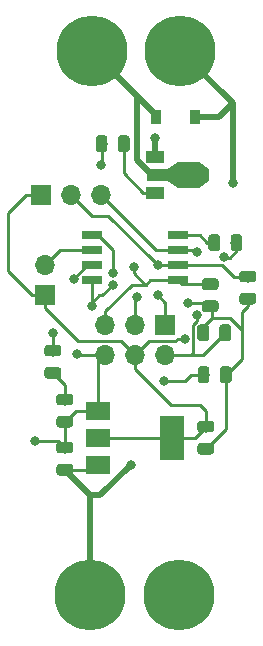
<source format=gbr>
G04 #@! TF.GenerationSoftware,KiCad,Pcbnew,(5.1.2)-2*
G04 #@! TF.CreationDate,2019-07-25T16:59:57-04:00*
G04 #@! TF.ProjectId,CABR_Schematic,43414252-5f53-4636-9865-6d617469632e,rev?*
G04 #@! TF.SameCoordinates,Original*
G04 #@! TF.FileFunction,Copper,L1,Top*
G04 #@! TF.FilePolarity,Positive*
%FSLAX46Y46*%
G04 Gerber Fmt 4.6, Leading zero omitted, Abs format (unit mm)*
G04 Created by KiCad (PCBNEW (5.1.2)-2) date 2019-07-25 16:59:57*
%MOMM*%
%LPD*%
G04 APERTURE LIST*
%ADD10C,0.100000*%
%ADD11C,0.975000*%
%ADD12R,0.900000X1.200000*%
%ADD13C,6.000000*%
%ADD14R,1.700000X1.700000*%
%ADD15O,1.700000X1.700000*%
%ADD16C,0.850000*%
%ADD17R,1.500000X1.000000*%
%ADD18R,1.800000X1.000000*%
%ADD19R,1.840000X2.200000*%
%ADD20C,1.000000*%
%ADD21R,2.000000X3.800000*%
%ADD22R,2.000000X1.500000*%
%ADD23R,1.700000X0.650000*%
%ADD24C,0.800000*%
%ADD25C,0.500000*%
%ADD26C,0.250000*%
G04 APERTURE END LIST*
D10*
G36*
X143736142Y-100019174D02*
G01*
X143759803Y-100022684D01*
X143783007Y-100028496D01*
X143805529Y-100036554D01*
X143827153Y-100046782D01*
X143847670Y-100059079D01*
X143866883Y-100073329D01*
X143884607Y-100089393D01*
X143900671Y-100107117D01*
X143914921Y-100126330D01*
X143927218Y-100146847D01*
X143937446Y-100168471D01*
X143945504Y-100190993D01*
X143951316Y-100214197D01*
X143954826Y-100237858D01*
X143956000Y-100261750D01*
X143956000Y-100749250D01*
X143954826Y-100773142D01*
X143951316Y-100796803D01*
X143945504Y-100820007D01*
X143937446Y-100842529D01*
X143927218Y-100864153D01*
X143914921Y-100884670D01*
X143900671Y-100903883D01*
X143884607Y-100921607D01*
X143866883Y-100937671D01*
X143847670Y-100951921D01*
X143827153Y-100964218D01*
X143805529Y-100974446D01*
X143783007Y-100982504D01*
X143759803Y-100988316D01*
X143736142Y-100991826D01*
X143712250Y-100993000D01*
X142799750Y-100993000D01*
X142775858Y-100991826D01*
X142752197Y-100988316D01*
X142728993Y-100982504D01*
X142706471Y-100974446D01*
X142684847Y-100964218D01*
X142664330Y-100951921D01*
X142645117Y-100937671D01*
X142627393Y-100921607D01*
X142611329Y-100903883D01*
X142597079Y-100884670D01*
X142584782Y-100864153D01*
X142574554Y-100842529D01*
X142566496Y-100820007D01*
X142560684Y-100796803D01*
X142557174Y-100773142D01*
X142556000Y-100749250D01*
X142556000Y-100261750D01*
X142557174Y-100237858D01*
X142560684Y-100214197D01*
X142566496Y-100190993D01*
X142574554Y-100168471D01*
X142584782Y-100146847D01*
X142597079Y-100126330D01*
X142611329Y-100107117D01*
X142627393Y-100089393D01*
X142645117Y-100073329D01*
X142664330Y-100059079D01*
X142684847Y-100046782D01*
X142706471Y-100036554D01*
X142728993Y-100028496D01*
X142752197Y-100022684D01*
X142775858Y-100019174D01*
X142799750Y-100018000D01*
X143712250Y-100018000D01*
X143736142Y-100019174D01*
X143736142Y-100019174D01*
G37*
D11*
X143256000Y-100505500D03*
D10*
G36*
X143736142Y-98144174D02*
G01*
X143759803Y-98147684D01*
X143783007Y-98153496D01*
X143805529Y-98161554D01*
X143827153Y-98171782D01*
X143847670Y-98184079D01*
X143866883Y-98198329D01*
X143884607Y-98214393D01*
X143900671Y-98232117D01*
X143914921Y-98251330D01*
X143927218Y-98271847D01*
X143937446Y-98293471D01*
X143945504Y-98315993D01*
X143951316Y-98339197D01*
X143954826Y-98362858D01*
X143956000Y-98386750D01*
X143956000Y-98874250D01*
X143954826Y-98898142D01*
X143951316Y-98921803D01*
X143945504Y-98945007D01*
X143937446Y-98967529D01*
X143927218Y-98989153D01*
X143914921Y-99009670D01*
X143900671Y-99028883D01*
X143884607Y-99046607D01*
X143866883Y-99062671D01*
X143847670Y-99076921D01*
X143827153Y-99089218D01*
X143805529Y-99099446D01*
X143783007Y-99107504D01*
X143759803Y-99113316D01*
X143736142Y-99116826D01*
X143712250Y-99118000D01*
X142799750Y-99118000D01*
X142775858Y-99116826D01*
X142752197Y-99113316D01*
X142728993Y-99107504D01*
X142706471Y-99099446D01*
X142684847Y-99089218D01*
X142664330Y-99076921D01*
X142645117Y-99062671D01*
X142627393Y-99046607D01*
X142611329Y-99028883D01*
X142597079Y-99009670D01*
X142584782Y-98989153D01*
X142574554Y-98967529D01*
X142566496Y-98945007D01*
X142560684Y-98921803D01*
X142557174Y-98898142D01*
X142556000Y-98874250D01*
X142556000Y-98386750D01*
X142557174Y-98362858D01*
X142560684Y-98339197D01*
X142566496Y-98315993D01*
X142574554Y-98293471D01*
X142584782Y-98271847D01*
X142597079Y-98251330D01*
X142611329Y-98232117D01*
X142627393Y-98214393D01*
X142645117Y-98198329D01*
X142664330Y-98184079D01*
X142684847Y-98171782D01*
X142706471Y-98161554D01*
X142728993Y-98153496D01*
X142752197Y-98147684D01*
X142775858Y-98144174D01*
X142799750Y-98143000D01*
X143712250Y-98143000D01*
X143736142Y-98144174D01*
X143736142Y-98144174D01*
G37*
D11*
X143256000Y-98630500D03*
D10*
G36*
X155674142Y-98241174D02*
G01*
X155697803Y-98244684D01*
X155721007Y-98250496D01*
X155743529Y-98258554D01*
X155765153Y-98268782D01*
X155785670Y-98281079D01*
X155804883Y-98295329D01*
X155822607Y-98311393D01*
X155838671Y-98329117D01*
X155852921Y-98348330D01*
X155865218Y-98368847D01*
X155875446Y-98390471D01*
X155883504Y-98412993D01*
X155889316Y-98436197D01*
X155892826Y-98459858D01*
X155894000Y-98483750D01*
X155894000Y-98971250D01*
X155892826Y-98995142D01*
X155889316Y-99018803D01*
X155883504Y-99042007D01*
X155875446Y-99064529D01*
X155865218Y-99086153D01*
X155852921Y-99106670D01*
X155838671Y-99125883D01*
X155822607Y-99143607D01*
X155804883Y-99159671D01*
X155785670Y-99173921D01*
X155765153Y-99186218D01*
X155743529Y-99196446D01*
X155721007Y-99204504D01*
X155697803Y-99210316D01*
X155674142Y-99213826D01*
X155650250Y-99215000D01*
X154737750Y-99215000D01*
X154713858Y-99213826D01*
X154690197Y-99210316D01*
X154666993Y-99204504D01*
X154644471Y-99196446D01*
X154622847Y-99186218D01*
X154602330Y-99173921D01*
X154583117Y-99159671D01*
X154565393Y-99143607D01*
X154549329Y-99125883D01*
X154535079Y-99106670D01*
X154522782Y-99086153D01*
X154512554Y-99064529D01*
X154504496Y-99042007D01*
X154498684Y-99018803D01*
X154495174Y-98995142D01*
X154494000Y-98971250D01*
X154494000Y-98483750D01*
X154495174Y-98459858D01*
X154498684Y-98436197D01*
X154504496Y-98412993D01*
X154512554Y-98390471D01*
X154522782Y-98368847D01*
X154535079Y-98348330D01*
X154549329Y-98329117D01*
X154565393Y-98311393D01*
X154583117Y-98295329D01*
X154602330Y-98281079D01*
X154622847Y-98268782D01*
X154644471Y-98258554D01*
X154666993Y-98250496D01*
X154690197Y-98244684D01*
X154713858Y-98241174D01*
X154737750Y-98240000D01*
X155650250Y-98240000D01*
X155674142Y-98241174D01*
X155674142Y-98241174D01*
G37*
D11*
X155194000Y-98727500D03*
D10*
G36*
X155674142Y-96366174D02*
G01*
X155697803Y-96369684D01*
X155721007Y-96375496D01*
X155743529Y-96383554D01*
X155765153Y-96393782D01*
X155785670Y-96406079D01*
X155804883Y-96420329D01*
X155822607Y-96436393D01*
X155838671Y-96454117D01*
X155852921Y-96473330D01*
X155865218Y-96493847D01*
X155875446Y-96515471D01*
X155883504Y-96537993D01*
X155889316Y-96561197D01*
X155892826Y-96584858D01*
X155894000Y-96608750D01*
X155894000Y-97096250D01*
X155892826Y-97120142D01*
X155889316Y-97143803D01*
X155883504Y-97167007D01*
X155875446Y-97189529D01*
X155865218Y-97211153D01*
X155852921Y-97231670D01*
X155838671Y-97250883D01*
X155822607Y-97268607D01*
X155804883Y-97284671D01*
X155785670Y-97298921D01*
X155765153Y-97311218D01*
X155743529Y-97321446D01*
X155721007Y-97329504D01*
X155697803Y-97335316D01*
X155674142Y-97338826D01*
X155650250Y-97340000D01*
X154737750Y-97340000D01*
X154713858Y-97338826D01*
X154690197Y-97335316D01*
X154666993Y-97329504D01*
X154644471Y-97321446D01*
X154622847Y-97311218D01*
X154602330Y-97298921D01*
X154583117Y-97284671D01*
X154565393Y-97268607D01*
X154549329Y-97250883D01*
X154535079Y-97231670D01*
X154522782Y-97211153D01*
X154512554Y-97189529D01*
X154504496Y-97167007D01*
X154498684Y-97143803D01*
X154495174Y-97120142D01*
X154494000Y-97096250D01*
X154494000Y-96608750D01*
X154495174Y-96584858D01*
X154498684Y-96561197D01*
X154504496Y-96537993D01*
X154512554Y-96515471D01*
X154522782Y-96493847D01*
X154535079Y-96473330D01*
X154549329Y-96454117D01*
X154565393Y-96436393D01*
X154583117Y-96420329D01*
X154602330Y-96406079D01*
X154622847Y-96393782D01*
X154644471Y-96383554D01*
X154666993Y-96375496D01*
X154690197Y-96369684D01*
X154713858Y-96366174D01*
X154737750Y-96365000D01*
X155650250Y-96365000D01*
X155674142Y-96366174D01*
X155674142Y-96366174D01*
G37*
D11*
X155194000Y-96852500D03*
D10*
G36*
X142720142Y-91812674D02*
G01*
X142743803Y-91816184D01*
X142767007Y-91821996D01*
X142789529Y-91830054D01*
X142811153Y-91840282D01*
X142831670Y-91852579D01*
X142850883Y-91866829D01*
X142868607Y-91882893D01*
X142884671Y-91900617D01*
X142898921Y-91919830D01*
X142911218Y-91940347D01*
X142921446Y-91961971D01*
X142929504Y-91984493D01*
X142935316Y-92007697D01*
X142938826Y-92031358D01*
X142940000Y-92055250D01*
X142940000Y-92542750D01*
X142938826Y-92566642D01*
X142935316Y-92590303D01*
X142929504Y-92613507D01*
X142921446Y-92636029D01*
X142911218Y-92657653D01*
X142898921Y-92678170D01*
X142884671Y-92697383D01*
X142868607Y-92715107D01*
X142850883Y-92731171D01*
X142831670Y-92745421D01*
X142811153Y-92757718D01*
X142789529Y-92767946D01*
X142767007Y-92776004D01*
X142743803Y-92781816D01*
X142720142Y-92785326D01*
X142696250Y-92786500D01*
X141783750Y-92786500D01*
X141759858Y-92785326D01*
X141736197Y-92781816D01*
X141712993Y-92776004D01*
X141690471Y-92767946D01*
X141668847Y-92757718D01*
X141648330Y-92745421D01*
X141629117Y-92731171D01*
X141611393Y-92715107D01*
X141595329Y-92697383D01*
X141581079Y-92678170D01*
X141568782Y-92657653D01*
X141558554Y-92636029D01*
X141550496Y-92613507D01*
X141544684Y-92590303D01*
X141541174Y-92566642D01*
X141540000Y-92542750D01*
X141540000Y-92055250D01*
X141541174Y-92031358D01*
X141544684Y-92007697D01*
X141550496Y-91984493D01*
X141558554Y-91961971D01*
X141568782Y-91940347D01*
X141581079Y-91919830D01*
X141595329Y-91900617D01*
X141611393Y-91882893D01*
X141629117Y-91866829D01*
X141648330Y-91852579D01*
X141668847Y-91840282D01*
X141690471Y-91830054D01*
X141712993Y-91821996D01*
X141736197Y-91816184D01*
X141759858Y-91812674D01*
X141783750Y-91811500D01*
X142696250Y-91811500D01*
X142720142Y-91812674D01*
X142720142Y-91812674D01*
G37*
D11*
X142240000Y-92299000D03*
D10*
G36*
X142720142Y-89937674D02*
G01*
X142743803Y-89941184D01*
X142767007Y-89946996D01*
X142789529Y-89955054D01*
X142811153Y-89965282D01*
X142831670Y-89977579D01*
X142850883Y-89991829D01*
X142868607Y-90007893D01*
X142884671Y-90025617D01*
X142898921Y-90044830D01*
X142911218Y-90065347D01*
X142921446Y-90086971D01*
X142929504Y-90109493D01*
X142935316Y-90132697D01*
X142938826Y-90156358D01*
X142940000Y-90180250D01*
X142940000Y-90667750D01*
X142938826Y-90691642D01*
X142935316Y-90715303D01*
X142929504Y-90738507D01*
X142921446Y-90761029D01*
X142911218Y-90782653D01*
X142898921Y-90803170D01*
X142884671Y-90822383D01*
X142868607Y-90840107D01*
X142850883Y-90856171D01*
X142831670Y-90870421D01*
X142811153Y-90882718D01*
X142789529Y-90892946D01*
X142767007Y-90901004D01*
X142743803Y-90906816D01*
X142720142Y-90910326D01*
X142696250Y-90911500D01*
X141783750Y-90911500D01*
X141759858Y-90910326D01*
X141736197Y-90906816D01*
X141712993Y-90901004D01*
X141690471Y-90892946D01*
X141668847Y-90882718D01*
X141648330Y-90870421D01*
X141629117Y-90856171D01*
X141611393Y-90840107D01*
X141595329Y-90822383D01*
X141581079Y-90803170D01*
X141568782Y-90782653D01*
X141558554Y-90761029D01*
X141550496Y-90738507D01*
X141544684Y-90715303D01*
X141541174Y-90691642D01*
X141540000Y-90667750D01*
X141540000Y-90180250D01*
X141541174Y-90156358D01*
X141544684Y-90132697D01*
X141550496Y-90109493D01*
X141558554Y-90086971D01*
X141568782Y-90065347D01*
X141581079Y-90044830D01*
X141595329Y-90025617D01*
X141611393Y-90007893D01*
X141629117Y-89991829D01*
X141648330Y-89977579D01*
X141668847Y-89965282D01*
X141690471Y-89955054D01*
X141712993Y-89946996D01*
X141736197Y-89941184D01*
X141759858Y-89937674D01*
X141783750Y-89936500D01*
X142696250Y-89936500D01*
X142720142Y-89937674D01*
X142720142Y-89937674D01*
G37*
D11*
X142240000Y-90424000D03*
D12*
X154304000Y-70612000D03*
X151004000Y-70612000D03*
D13*
X153035000Y-65024000D03*
X145535000Y-65024000D03*
D14*
X141224000Y-77216000D03*
D15*
X143764000Y-77216000D03*
X146304000Y-77216000D03*
D14*
X151765000Y-88265000D03*
D15*
X151765000Y-90805000D03*
X149225000Y-88265000D03*
X149225000Y-90805000D03*
X146685000Y-88265000D03*
X146685000Y-90805000D03*
D14*
X141605000Y-85725000D03*
D15*
X141605000Y-83185000D03*
D13*
X152915000Y-111125000D03*
X145415000Y-111125000D03*
D16*
X155067000Y-75565000D03*
D10*
G36*
X154642000Y-74465000D02*
G01*
X155492000Y-75065000D01*
X155492000Y-76065000D01*
X154642000Y-76665000D01*
X154642000Y-74465000D01*
X154642000Y-74465000D01*
G37*
D17*
X150920000Y-74065000D03*
D18*
X151066500Y-75565000D03*
D17*
X150920000Y-77065000D03*
D19*
X153733500Y-75565000D03*
D20*
X152323800Y-75565000D03*
D10*
G36*
X152823800Y-76665000D02*
G01*
X151823800Y-75965000D01*
X151823800Y-75165000D01*
X152823800Y-74465000D01*
X152823800Y-76665000D01*
X152823800Y-76665000D01*
G37*
G36*
X157112642Y-88201174D02*
G01*
X157136303Y-88204684D01*
X157159507Y-88210496D01*
X157182029Y-88218554D01*
X157203653Y-88228782D01*
X157224170Y-88241079D01*
X157243383Y-88255329D01*
X157261107Y-88271393D01*
X157277171Y-88289117D01*
X157291421Y-88308330D01*
X157303718Y-88328847D01*
X157313946Y-88350471D01*
X157322004Y-88372993D01*
X157327816Y-88396197D01*
X157331326Y-88419858D01*
X157332500Y-88443750D01*
X157332500Y-89356250D01*
X157331326Y-89380142D01*
X157327816Y-89403803D01*
X157322004Y-89427007D01*
X157313946Y-89449529D01*
X157303718Y-89471153D01*
X157291421Y-89491670D01*
X157277171Y-89510883D01*
X157261107Y-89528607D01*
X157243383Y-89544671D01*
X157224170Y-89558921D01*
X157203653Y-89571218D01*
X157182029Y-89581446D01*
X157159507Y-89589504D01*
X157136303Y-89595316D01*
X157112642Y-89598826D01*
X157088750Y-89600000D01*
X156601250Y-89600000D01*
X156577358Y-89598826D01*
X156553697Y-89595316D01*
X156530493Y-89589504D01*
X156507971Y-89581446D01*
X156486347Y-89571218D01*
X156465830Y-89558921D01*
X156446617Y-89544671D01*
X156428893Y-89528607D01*
X156412829Y-89510883D01*
X156398579Y-89491670D01*
X156386282Y-89471153D01*
X156376054Y-89449529D01*
X156367996Y-89427007D01*
X156362184Y-89403803D01*
X156358674Y-89380142D01*
X156357500Y-89356250D01*
X156357500Y-88443750D01*
X156358674Y-88419858D01*
X156362184Y-88396197D01*
X156367996Y-88372993D01*
X156376054Y-88350471D01*
X156386282Y-88328847D01*
X156398579Y-88308330D01*
X156412829Y-88289117D01*
X156428893Y-88271393D01*
X156446617Y-88255329D01*
X156465830Y-88241079D01*
X156486347Y-88228782D01*
X156507971Y-88218554D01*
X156530493Y-88210496D01*
X156553697Y-88204684D01*
X156577358Y-88201174D01*
X156601250Y-88200000D01*
X157088750Y-88200000D01*
X157112642Y-88201174D01*
X157112642Y-88201174D01*
G37*
D11*
X156845000Y-88900000D03*
D10*
G36*
X155237642Y-88201174D02*
G01*
X155261303Y-88204684D01*
X155284507Y-88210496D01*
X155307029Y-88218554D01*
X155328653Y-88228782D01*
X155349170Y-88241079D01*
X155368383Y-88255329D01*
X155386107Y-88271393D01*
X155402171Y-88289117D01*
X155416421Y-88308330D01*
X155428718Y-88328847D01*
X155438946Y-88350471D01*
X155447004Y-88372993D01*
X155452816Y-88396197D01*
X155456326Y-88419858D01*
X155457500Y-88443750D01*
X155457500Y-89356250D01*
X155456326Y-89380142D01*
X155452816Y-89403803D01*
X155447004Y-89427007D01*
X155438946Y-89449529D01*
X155428718Y-89471153D01*
X155416421Y-89491670D01*
X155402171Y-89510883D01*
X155386107Y-89528607D01*
X155368383Y-89544671D01*
X155349170Y-89558921D01*
X155328653Y-89571218D01*
X155307029Y-89581446D01*
X155284507Y-89589504D01*
X155261303Y-89595316D01*
X155237642Y-89598826D01*
X155213750Y-89600000D01*
X154726250Y-89600000D01*
X154702358Y-89598826D01*
X154678697Y-89595316D01*
X154655493Y-89589504D01*
X154632971Y-89581446D01*
X154611347Y-89571218D01*
X154590830Y-89558921D01*
X154571617Y-89544671D01*
X154553893Y-89528607D01*
X154537829Y-89510883D01*
X154523579Y-89491670D01*
X154511282Y-89471153D01*
X154501054Y-89449529D01*
X154492996Y-89427007D01*
X154487184Y-89403803D01*
X154483674Y-89380142D01*
X154482500Y-89356250D01*
X154482500Y-88443750D01*
X154483674Y-88419858D01*
X154487184Y-88396197D01*
X154492996Y-88372993D01*
X154501054Y-88350471D01*
X154511282Y-88328847D01*
X154523579Y-88308330D01*
X154537829Y-88289117D01*
X154553893Y-88271393D01*
X154571617Y-88255329D01*
X154590830Y-88241079D01*
X154611347Y-88228782D01*
X154632971Y-88218554D01*
X154655493Y-88210496D01*
X154678697Y-88204684D01*
X154702358Y-88201174D01*
X154726250Y-88200000D01*
X155213750Y-88200000D01*
X155237642Y-88201174D01*
X155237642Y-88201174D01*
G37*
D11*
X154970000Y-88900000D03*
D10*
G36*
X159230142Y-83666174D02*
G01*
X159253803Y-83669684D01*
X159277007Y-83675496D01*
X159299529Y-83683554D01*
X159321153Y-83693782D01*
X159341670Y-83706079D01*
X159360883Y-83720329D01*
X159378607Y-83736393D01*
X159394671Y-83754117D01*
X159408921Y-83773330D01*
X159421218Y-83793847D01*
X159431446Y-83815471D01*
X159439504Y-83837993D01*
X159445316Y-83861197D01*
X159448826Y-83884858D01*
X159450000Y-83908750D01*
X159450000Y-84396250D01*
X159448826Y-84420142D01*
X159445316Y-84443803D01*
X159439504Y-84467007D01*
X159431446Y-84489529D01*
X159421218Y-84511153D01*
X159408921Y-84531670D01*
X159394671Y-84550883D01*
X159378607Y-84568607D01*
X159360883Y-84584671D01*
X159341670Y-84598921D01*
X159321153Y-84611218D01*
X159299529Y-84621446D01*
X159277007Y-84629504D01*
X159253803Y-84635316D01*
X159230142Y-84638826D01*
X159206250Y-84640000D01*
X158293750Y-84640000D01*
X158269858Y-84638826D01*
X158246197Y-84635316D01*
X158222993Y-84629504D01*
X158200471Y-84621446D01*
X158178847Y-84611218D01*
X158158330Y-84598921D01*
X158139117Y-84584671D01*
X158121393Y-84568607D01*
X158105329Y-84550883D01*
X158091079Y-84531670D01*
X158078782Y-84511153D01*
X158068554Y-84489529D01*
X158060496Y-84467007D01*
X158054684Y-84443803D01*
X158051174Y-84420142D01*
X158050000Y-84396250D01*
X158050000Y-83908750D01*
X158051174Y-83884858D01*
X158054684Y-83861197D01*
X158060496Y-83837993D01*
X158068554Y-83815471D01*
X158078782Y-83793847D01*
X158091079Y-83773330D01*
X158105329Y-83754117D01*
X158121393Y-83736393D01*
X158139117Y-83720329D01*
X158158330Y-83706079D01*
X158178847Y-83693782D01*
X158200471Y-83683554D01*
X158222993Y-83675496D01*
X158246197Y-83669684D01*
X158269858Y-83666174D01*
X158293750Y-83665000D01*
X159206250Y-83665000D01*
X159230142Y-83666174D01*
X159230142Y-83666174D01*
G37*
D11*
X158750000Y-84152500D03*
D10*
G36*
X159230142Y-85541174D02*
G01*
X159253803Y-85544684D01*
X159277007Y-85550496D01*
X159299529Y-85558554D01*
X159321153Y-85568782D01*
X159341670Y-85581079D01*
X159360883Y-85595329D01*
X159378607Y-85611393D01*
X159394671Y-85629117D01*
X159408921Y-85648330D01*
X159421218Y-85668847D01*
X159431446Y-85690471D01*
X159439504Y-85712993D01*
X159445316Y-85736197D01*
X159448826Y-85759858D01*
X159450000Y-85783750D01*
X159450000Y-86271250D01*
X159448826Y-86295142D01*
X159445316Y-86318803D01*
X159439504Y-86342007D01*
X159431446Y-86364529D01*
X159421218Y-86386153D01*
X159408921Y-86406670D01*
X159394671Y-86425883D01*
X159378607Y-86443607D01*
X159360883Y-86459671D01*
X159341670Y-86473921D01*
X159321153Y-86486218D01*
X159299529Y-86496446D01*
X159277007Y-86504504D01*
X159253803Y-86510316D01*
X159230142Y-86513826D01*
X159206250Y-86515000D01*
X158293750Y-86515000D01*
X158269858Y-86513826D01*
X158246197Y-86510316D01*
X158222993Y-86504504D01*
X158200471Y-86496446D01*
X158178847Y-86486218D01*
X158158330Y-86473921D01*
X158139117Y-86459671D01*
X158121393Y-86443607D01*
X158105329Y-86425883D01*
X158091079Y-86406670D01*
X158078782Y-86386153D01*
X158068554Y-86364529D01*
X158060496Y-86342007D01*
X158054684Y-86318803D01*
X158051174Y-86295142D01*
X158050000Y-86271250D01*
X158050000Y-85783750D01*
X158051174Y-85759858D01*
X158054684Y-85736197D01*
X158060496Y-85712993D01*
X158068554Y-85690471D01*
X158078782Y-85668847D01*
X158091079Y-85648330D01*
X158105329Y-85629117D01*
X158121393Y-85611393D01*
X158139117Y-85595329D01*
X158158330Y-85581079D01*
X158178847Y-85568782D01*
X158200471Y-85558554D01*
X158222993Y-85550496D01*
X158246197Y-85544684D01*
X158269858Y-85541174D01*
X158293750Y-85540000D01*
X159206250Y-85540000D01*
X159230142Y-85541174D01*
X159230142Y-85541174D01*
G37*
D11*
X158750000Y-86027500D03*
D10*
G36*
X143736142Y-94080174D02*
G01*
X143759803Y-94083684D01*
X143783007Y-94089496D01*
X143805529Y-94097554D01*
X143827153Y-94107782D01*
X143847670Y-94120079D01*
X143866883Y-94134329D01*
X143884607Y-94150393D01*
X143900671Y-94168117D01*
X143914921Y-94187330D01*
X143927218Y-94207847D01*
X143937446Y-94229471D01*
X143945504Y-94251993D01*
X143951316Y-94275197D01*
X143954826Y-94298858D01*
X143956000Y-94322750D01*
X143956000Y-94810250D01*
X143954826Y-94834142D01*
X143951316Y-94857803D01*
X143945504Y-94881007D01*
X143937446Y-94903529D01*
X143927218Y-94925153D01*
X143914921Y-94945670D01*
X143900671Y-94964883D01*
X143884607Y-94982607D01*
X143866883Y-94998671D01*
X143847670Y-95012921D01*
X143827153Y-95025218D01*
X143805529Y-95035446D01*
X143783007Y-95043504D01*
X143759803Y-95049316D01*
X143736142Y-95052826D01*
X143712250Y-95054000D01*
X142799750Y-95054000D01*
X142775858Y-95052826D01*
X142752197Y-95049316D01*
X142728993Y-95043504D01*
X142706471Y-95035446D01*
X142684847Y-95025218D01*
X142664330Y-95012921D01*
X142645117Y-94998671D01*
X142627393Y-94982607D01*
X142611329Y-94964883D01*
X142597079Y-94945670D01*
X142584782Y-94925153D01*
X142574554Y-94903529D01*
X142566496Y-94881007D01*
X142560684Y-94857803D01*
X142557174Y-94834142D01*
X142556000Y-94810250D01*
X142556000Y-94322750D01*
X142557174Y-94298858D01*
X142560684Y-94275197D01*
X142566496Y-94251993D01*
X142574554Y-94229471D01*
X142584782Y-94207847D01*
X142597079Y-94187330D01*
X142611329Y-94168117D01*
X142627393Y-94150393D01*
X142645117Y-94134329D01*
X142664330Y-94120079D01*
X142684847Y-94107782D01*
X142706471Y-94097554D01*
X142728993Y-94089496D01*
X142752197Y-94083684D01*
X142775858Y-94080174D01*
X142799750Y-94079000D01*
X143712250Y-94079000D01*
X143736142Y-94080174D01*
X143736142Y-94080174D01*
G37*
D11*
X143256000Y-94566500D03*
D10*
G36*
X143736142Y-95955174D02*
G01*
X143759803Y-95958684D01*
X143783007Y-95964496D01*
X143805529Y-95972554D01*
X143827153Y-95982782D01*
X143847670Y-95995079D01*
X143866883Y-96009329D01*
X143884607Y-96025393D01*
X143900671Y-96043117D01*
X143914921Y-96062330D01*
X143927218Y-96082847D01*
X143937446Y-96104471D01*
X143945504Y-96126993D01*
X143951316Y-96150197D01*
X143954826Y-96173858D01*
X143956000Y-96197750D01*
X143956000Y-96685250D01*
X143954826Y-96709142D01*
X143951316Y-96732803D01*
X143945504Y-96756007D01*
X143937446Y-96778529D01*
X143927218Y-96800153D01*
X143914921Y-96820670D01*
X143900671Y-96839883D01*
X143884607Y-96857607D01*
X143866883Y-96873671D01*
X143847670Y-96887921D01*
X143827153Y-96900218D01*
X143805529Y-96910446D01*
X143783007Y-96918504D01*
X143759803Y-96924316D01*
X143736142Y-96927826D01*
X143712250Y-96929000D01*
X142799750Y-96929000D01*
X142775858Y-96927826D01*
X142752197Y-96924316D01*
X142728993Y-96918504D01*
X142706471Y-96910446D01*
X142684847Y-96900218D01*
X142664330Y-96887921D01*
X142645117Y-96873671D01*
X142627393Y-96857607D01*
X142611329Y-96839883D01*
X142597079Y-96820670D01*
X142584782Y-96800153D01*
X142574554Y-96778529D01*
X142566496Y-96756007D01*
X142560684Y-96732803D01*
X142557174Y-96709142D01*
X142556000Y-96685250D01*
X142556000Y-96197750D01*
X142557174Y-96173858D01*
X142560684Y-96150197D01*
X142566496Y-96126993D01*
X142574554Y-96104471D01*
X142584782Y-96082847D01*
X142597079Y-96062330D01*
X142611329Y-96043117D01*
X142627393Y-96025393D01*
X142645117Y-96009329D01*
X142664330Y-95995079D01*
X142684847Y-95982782D01*
X142706471Y-95972554D01*
X142728993Y-95964496D01*
X142752197Y-95958684D01*
X142775858Y-95955174D01*
X142799750Y-95954000D01*
X143712250Y-95954000D01*
X143736142Y-95955174D01*
X143736142Y-95955174D01*
G37*
D11*
X143256000Y-96441500D03*
D10*
G36*
X157161142Y-91757174D02*
G01*
X157184803Y-91760684D01*
X157208007Y-91766496D01*
X157230529Y-91774554D01*
X157252153Y-91784782D01*
X157272670Y-91797079D01*
X157291883Y-91811329D01*
X157309607Y-91827393D01*
X157325671Y-91845117D01*
X157339921Y-91864330D01*
X157352218Y-91884847D01*
X157362446Y-91906471D01*
X157370504Y-91928993D01*
X157376316Y-91952197D01*
X157379826Y-91975858D01*
X157381000Y-91999750D01*
X157381000Y-92912250D01*
X157379826Y-92936142D01*
X157376316Y-92959803D01*
X157370504Y-92983007D01*
X157362446Y-93005529D01*
X157352218Y-93027153D01*
X157339921Y-93047670D01*
X157325671Y-93066883D01*
X157309607Y-93084607D01*
X157291883Y-93100671D01*
X157272670Y-93114921D01*
X157252153Y-93127218D01*
X157230529Y-93137446D01*
X157208007Y-93145504D01*
X157184803Y-93151316D01*
X157161142Y-93154826D01*
X157137250Y-93156000D01*
X156649750Y-93156000D01*
X156625858Y-93154826D01*
X156602197Y-93151316D01*
X156578993Y-93145504D01*
X156556471Y-93137446D01*
X156534847Y-93127218D01*
X156514330Y-93114921D01*
X156495117Y-93100671D01*
X156477393Y-93084607D01*
X156461329Y-93066883D01*
X156447079Y-93047670D01*
X156434782Y-93027153D01*
X156424554Y-93005529D01*
X156416496Y-92983007D01*
X156410684Y-92959803D01*
X156407174Y-92936142D01*
X156406000Y-92912250D01*
X156406000Y-91999750D01*
X156407174Y-91975858D01*
X156410684Y-91952197D01*
X156416496Y-91928993D01*
X156424554Y-91906471D01*
X156434782Y-91884847D01*
X156447079Y-91864330D01*
X156461329Y-91845117D01*
X156477393Y-91827393D01*
X156495117Y-91811329D01*
X156514330Y-91797079D01*
X156534847Y-91784782D01*
X156556471Y-91774554D01*
X156578993Y-91766496D01*
X156602197Y-91760684D01*
X156625858Y-91757174D01*
X156649750Y-91756000D01*
X157137250Y-91756000D01*
X157161142Y-91757174D01*
X157161142Y-91757174D01*
G37*
D11*
X156893500Y-92456000D03*
D10*
G36*
X155286142Y-91757174D02*
G01*
X155309803Y-91760684D01*
X155333007Y-91766496D01*
X155355529Y-91774554D01*
X155377153Y-91784782D01*
X155397670Y-91797079D01*
X155416883Y-91811329D01*
X155434607Y-91827393D01*
X155450671Y-91845117D01*
X155464921Y-91864330D01*
X155477218Y-91884847D01*
X155487446Y-91906471D01*
X155495504Y-91928993D01*
X155501316Y-91952197D01*
X155504826Y-91975858D01*
X155506000Y-91999750D01*
X155506000Y-92912250D01*
X155504826Y-92936142D01*
X155501316Y-92959803D01*
X155495504Y-92983007D01*
X155487446Y-93005529D01*
X155477218Y-93027153D01*
X155464921Y-93047670D01*
X155450671Y-93066883D01*
X155434607Y-93084607D01*
X155416883Y-93100671D01*
X155397670Y-93114921D01*
X155377153Y-93127218D01*
X155355529Y-93137446D01*
X155333007Y-93145504D01*
X155309803Y-93151316D01*
X155286142Y-93154826D01*
X155262250Y-93156000D01*
X154774750Y-93156000D01*
X154750858Y-93154826D01*
X154727197Y-93151316D01*
X154703993Y-93145504D01*
X154681471Y-93137446D01*
X154659847Y-93127218D01*
X154639330Y-93114921D01*
X154620117Y-93100671D01*
X154602393Y-93084607D01*
X154586329Y-93066883D01*
X154572079Y-93047670D01*
X154559782Y-93027153D01*
X154549554Y-93005529D01*
X154541496Y-92983007D01*
X154535684Y-92959803D01*
X154532174Y-92936142D01*
X154531000Y-92912250D01*
X154531000Y-91999750D01*
X154532174Y-91975858D01*
X154535684Y-91952197D01*
X154541496Y-91928993D01*
X154549554Y-91906471D01*
X154559782Y-91884847D01*
X154572079Y-91864330D01*
X154586329Y-91845117D01*
X154602393Y-91827393D01*
X154620117Y-91811329D01*
X154639330Y-91797079D01*
X154659847Y-91784782D01*
X154681471Y-91774554D01*
X154703993Y-91766496D01*
X154727197Y-91760684D01*
X154750858Y-91757174D01*
X154774750Y-91756000D01*
X155262250Y-91756000D01*
X155286142Y-91757174D01*
X155286142Y-91757174D01*
G37*
D11*
X155018500Y-92456000D03*
D10*
G36*
X156055142Y-84301174D02*
G01*
X156078803Y-84304684D01*
X156102007Y-84310496D01*
X156124529Y-84318554D01*
X156146153Y-84328782D01*
X156166670Y-84341079D01*
X156185883Y-84355329D01*
X156203607Y-84371393D01*
X156219671Y-84389117D01*
X156233921Y-84408330D01*
X156246218Y-84428847D01*
X156256446Y-84450471D01*
X156264504Y-84472993D01*
X156270316Y-84496197D01*
X156273826Y-84519858D01*
X156275000Y-84543750D01*
X156275000Y-85031250D01*
X156273826Y-85055142D01*
X156270316Y-85078803D01*
X156264504Y-85102007D01*
X156256446Y-85124529D01*
X156246218Y-85146153D01*
X156233921Y-85166670D01*
X156219671Y-85185883D01*
X156203607Y-85203607D01*
X156185883Y-85219671D01*
X156166670Y-85233921D01*
X156146153Y-85246218D01*
X156124529Y-85256446D01*
X156102007Y-85264504D01*
X156078803Y-85270316D01*
X156055142Y-85273826D01*
X156031250Y-85275000D01*
X155118750Y-85275000D01*
X155094858Y-85273826D01*
X155071197Y-85270316D01*
X155047993Y-85264504D01*
X155025471Y-85256446D01*
X155003847Y-85246218D01*
X154983330Y-85233921D01*
X154964117Y-85219671D01*
X154946393Y-85203607D01*
X154930329Y-85185883D01*
X154916079Y-85166670D01*
X154903782Y-85146153D01*
X154893554Y-85124529D01*
X154885496Y-85102007D01*
X154879684Y-85078803D01*
X154876174Y-85055142D01*
X154875000Y-85031250D01*
X154875000Y-84543750D01*
X154876174Y-84519858D01*
X154879684Y-84496197D01*
X154885496Y-84472993D01*
X154893554Y-84450471D01*
X154903782Y-84428847D01*
X154916079Y-84408330D01*
X154930329Y-84389117D01*
X154946393Y-84371393D01*
X154964117Y-84355329D01*
X154983330Y-84341079D01*
X155003847Y-84328782D01*
X155025471Y-84318554D01*
X155047993Y-84310496D01*
X155071197Y-84304684D01*
X155094858Y-84301174D01*
X155118750Y-84300000D01*
X156031250Y-84300000D01*
X156055142Y-84301174D01*
X156055142Y-84301174D01*
G37*
D11*
X155575000Y-84787500D03*
D10*
G36*
X156055142Y-86176174D02*
G01*
X156078803Y-86179684D01*
X156102007Y-86185496D01*
X156124529Y-86193554D01*
X156146153Y-86203782D01*
X156166670Y-86216079D01*
X156185883Y-86230329D01*
X156203607Y-86246393D01*
X156219671Y-86264117D01*
X156233921Y-86283330D01*
X156246218Y-86303847D01*
X156256446Y-86325471D01*
X156264504Y-86347993D01*
X156270316Y-86371197D01*
X156273826Y-86394858D01*
X156275000Y-86418750D01*
X156275000Y-86906250D01*
X156273826Y-86930142D01*
X156270316Y-86953803D01*
X156264504Y-86977007D01*
X156256446Y-86999529D01*
X156246218Y-87021153D01*
X156233921Y-87041670D01*
X156219671Y-87060883D01*
X156203607Y-87078607D01*
X156185883Y-87094671D01*
X156166670Y-87108921D01*
X156146153Y-87121218D01*
X156124529Y-87131446D01*
X156102007Y-87139504D01*
X156078803Y-87145316D01*
X156055142Y-87148826D01*
X156031250Y-87150000D01*
X155118750Y-87150000D01*
X155094858Y-87148826D01*
X155071197Y-87145316D01*
X155047993Y-87139504D01*
X155025471Y-87131446D01*
X155003847Y-87121218D01*
X154983330Y-87108921D01*
X154964117Y-87094671D01*
X154946393Y-87078607D01*
X154930329Y-87060883D01*
X154916079Y-87041670D01*
X154903782Y-87021153D01*
X154893554Y-86999529D01*
X154885496Y-86977007D01*
X154879684Y-86953803D01*
X154876174Y-86930142D01*
X154875000Y-86906250D01*
X154875000Y-86418750D01*
X154876174Y-86394858D01*
X154879684Y-86371197D01*
X154885496Y-86347993D01*
X154893554Y-86325471D01*
X154903782Y-86303847D01*
X154916079Y-86283330D01*
X154930329Y-86264117D01*
X154946393Y-86246393D01*
X154964117Y-86230329D01*
X154983330Y-86216079D01*
X155003847Y-86203782D01*
X155025471Y-86193554D01*
X155047993Y-86185496D01*
X155071197Y-86179684D01*
X155094858Y-86176174D01*
X155118750Y-86175000D01*
X156031250Y-86175000D01*
X156055142Y-86176174D01*
X156055142Y-86176174D01*
G37*
D11*
X155575000Y-86662500D03*
D10*
G36*
X148525142Y-72199174D02*
G01*
X148548803Y-72202684D01*
X148572007Y-72208496D01*
X148594529Y-72216554D01*
X148616153Y-72226782D01*
X148636670Y-72239079D01*
X148655883Y-72253329D01*
X148673607Y-72269393D01*
X148689671Y-72287117D01*
X148703921Y-72306330D01*
X148716218Y-72326847D01*
X148726446Y-72348471D01*
X148734504Y-72370993D01*
X148740316Y-72394197D01*
X148743826Y-72417858D01*
X148745000Y-72441750D01*
X148745000Y-73354250D01*
X148743826Y-73378142D01*
X148740316Y-73401803D01*
X148734504Y-73425007D01*
X148726446Y-73447529D01*
X148716218Y-73469153D01*
X148703921Y-73489670D01*
X148689671Y-73508883D01*
X148673607Y-73526607D01*
X148655883Y-73542671D01*
X148636670Y-73556921D01*
X148616153Y-73569218D01*
X148594529Y-73579446D01*
X148572007Y-73587504D01*
X148548803Y-73593316D01*
X148525142Y-73596826D01*
X148501250Y-73598000D01*
X148013750Y-73598000D01*
X147989858Y-73596826D01*
X147966197Y-73593316D01*
X147942993Y-73587504D01*
X147920471Y-73579446D01*
X147898847Y-73569218D01*
X147878330Y-73556921D01*
X147859117Y-73542671D01*
X147841393Y-73526607D01*
X147825329Y-73508883D01*
X147811079Y-73489670D01*
X147798782Y-73469153D01*
X147788554Y-73447529D01*
X147780496Y-73425007D01*
X147774684Y-73401803D01*
X147771174Y-73378142D01*
X147770000Y-73354250D01*
X147770000Y-72441750D01*
X147771174Y-72417858D01*
X147774684Y-72394197D01*
X147780496Y-72370993D01*
X147788554Y-72348471D01*
X147798782Y-72326847D01*
X147811079Y-72306330D01*
X147825329Y-72287117D01*
X147841393Y-72269393D01*
X147859117Y-72253329D01*
X147878330Y-72239079D01*
X147898847Y-72226782D01*
X147920471Y-72216554D01*
X147942993Y-72208496D01*
X147966197Y-72202684D01*
X147989858Y-72199174D01*
X148013750Y-72198000D01*
X148501250Y-72198000D01*
X148525142Y-72199174D01*
X148525142Y-72199174D01*
G37*
D11*
X148257500Y-72898000D03*
D10*
G36*
X146650142Y-72199174D02*
G01*
X146673803Y-72202684D01*
X146697007Y-72208496D01*
X146719529Y-72216554D01*
X146741153Y-72226782D01*
X146761670Y-72239079D01*
X146780883Y-72253329D01*
X146798607Y-72269393D01*
X146814671Y-72287117D01*
X146828921Y-72306330D01*
X146841218Y-72326847D01*
X146851446Y-72348471D01*
X146859504Y-72370993D01*
X146865316Y-72394197D01*
X146868826Y-72417858D01*
X146870000Y-72441750D01*
X146870000Y-73354250D01*
X146868826Y-73378142D01*
X146865316Y-73401803D01*
X146859504Y-73425007D01*
X146851446Y-73447529D01*
X146841218Y-73469153D01*
X146828921Y-73489670D01*
X146814671Y-73508883D01*
X146798607Y-73526607D01*
X146780883Y-73542671D01*
X146761670Y-73556921D01*
X146741153Y-73569218D01*
X146719529Y-73579446D01*
X146697007Y-73587504D01*
X146673803Y-73593316D01*
X146650142Y-73596826D01*
X146626250Y-73598000D01*
X146138750Y-73598000D01*
X146114858Y-73596826D01*
X146091197Y-73593316D01*
X146067993Y-73587504D01*
X146045471Y-73579446D01*
X146023847Y-73569218D01*
X146003330Y-73556921D01*
X145984117Y-73542671D01*
X145966393Y-73526607D01*
X145950329Y-73508883D01*
X145936079Y-73489670D01*
X145923782Y-73469153D01*
X145913554Y-73447529D01*
X145905496Y-73425007D01*
X145899684Y-73401803D01*
X145896174Y-73378142D01*
X145895000Y-73354250D01*
X145895000Y-72441750D01*
X145896174Y-72417858D01*
X145899684Y-72394197D01*
X145905496Y-72370993D01*
X145913554Y-72348471D01*
X145923782Y-72326847D01*
X145936079Y-72306330D01*
X145950329Y-72287117D01*
X145966393Y-72269393D01*
X145984117Y-72253329D01*
X146003330Y-72239079D01*
X146023847Y-72226782D01*
X146045471Y-72216554D01*
X146067993Y-72208496D01*
X146091197Y-72202684D01*
X146114858Y-72199174D01*
X146138750Y-72198000D01*
X146626250Y-72198000D01*
X146650142Y-72199174D01*
X146650142Y-72199174D01*
G37*
D11*
X146382500Y-72898000D03*
D21*
X152375000Y-97790000D03*
D22*
X146075000Y-97790000D03*
X146075000Y-100090000D03*
X146075000Y-95490000D03*
D23*
X145575000Y-80645000D03*
X145575000Y-81915000D03*
X145575000Y-83185000D03*
X145575000Y-84455000D03*
X152875000Y-84455000D03*
X152875000Y-83185000D03*
X152875000Y-81915000D03*
X152875000Y-80645000D03*
D10*
G36*
X156175142Y-80581174D02*
G01*
X156198803Y-80584684D01*
X156222007Y-80590496D01*
X156244529Y-80598554D01*
X156266153Y-80608782D01*
X156286670Y-80621079D01*
X156305883Y-80635329D01*
X156323607Y-80651393D01*
X156339671Y-80669117D01*
X156353921Y-80688330D01*
X156366218Y-80708847D01*
X156376446Y-80730471D01*
X156384504Y-80752993D01*
X156390316Y-80776197D01*
X156393826Y-80799858D01*
X156395000Y-80823750D01*
X156395000Y-81736250D01*
X156393826Y-81760142D01*
X156390316Y-81783803D01*
X156384504Y-81807007D01*
X156376446Y-81829529D01*
X156366218Y-81851153D01*
X156353921Y-81871670D01*
X156339671Y-81890883D01*
X156323607Y-81908607D01*
X156305883Y-81924671D01*
X156286670Y-81938921D01*
X156266153Y-81951218D01*
X156244529Y-81961446D01*
X156222007Y-81969504D01*
X156198803Y-81975316D01*
X156175142Y-81978826D01*
X156151250Y-81980000D01*
X155663750Y-81980000D01*
X155639858Y-81978826D01*
X155616197Y-81975316D01*
X155592993Y-81969504D01*
X155570471Y-81961446D01*
X155548847Y-81951218D01*
X155528330Y-81938921D01*
X155509117Y-81924671D01*
X155491393Y-81908607D01*
X155475329Y-81890883D01*
X155461079Y-81871670D01*
X155448782Y-81851153D01*
X155438554Y-81829529D01*
X155430496Y-81807007D01*
X155424684Y-81783803D01*
X155421174Y-81760142D01*
X155420000Y-81736250D01*
X155420000Y-80823750D01*
X155421174Y-80799858D01*
X155424684Y-80776197D01*
X155430496Y-80752993D01*
X155438554Y-80730471D01*
X155448782Y-80708847D01*
X155461079Y-80688330D01*
X155475329Y-80669117D01*
X155491393Y-80651393D01*
X155509117Y-80635329D01*
X155528330Y-80621079D01*
X155548847Y-80608782D01*
X155570471Y-80598554D01*
X155592993Y-80590496D01*
X155616197Y-80584684D01*
X155639858Y-80581174D01*
X155663750Y-80580000D01*
X156151250Y-80580000D01*
X156175142Y-80581174D01*
X156175142Y-80581174D01*
G37*
D11*
X155907500Y-81280000D03*
D10*
G36*
X158050142Y-80581174D02*
G01*
X158073803Y-80584684D01*
X158097007Y-80590496D01*
X158119529Y-80598554D01*
X158141153Y-80608782D01*
X158161670Y-80621079D01*
X158180883Y-80635329D01*
X158198607Y-80651393D01*
X158214671Y-80669117D01*
X158228921Y-80688330D01*
X158241218Y-80708847D01*
X158251446Y-80730471D01*
X158259504Y-80752993D01*
X158265316Y-80776197D01*
X158268826Y-80799858D01*
X158270000Y-80823750D01*
X158270000Y-81736250D01*
X158268826Y-81760142D01*
X158265316Y-81783803D01*
X158259504Y-81807007D01*
X158251446Y-81829529D01*
X158241218Y-81851153D01*
X158228921Y-81871670D01*
X158214671Y-81890883D01*
X158198607Y-81908607D01*
X158180883Y-81924671D01*
X158161670Y-81938921D01*
X158141153Y-81951218D01*
X158119529Y-81961446D01*
X158097007Y-81969504D01*
X158073803Y-81975316D01*
X158050142Y-81978826D01*
X158026250Y-81980000D01*
X157538750Y-81980000D01*
X157514858Y-81978826D01*
X157491197Y-81975316D01*
X157467993Y-81969504D01*
X157445471Y-81961446D01*
X157423847Y-81951218D01*
X157403330Y-81938921D01*
X157384117Y-81924671D01*
X157366393Y-81908607D01*
X157350329Y-81890883D01*
X157336079Y-81871670D01*
X157323782Y-81851153D01*
X157313554Y-81829529D01*
X157305496Y-81807007D01*
X157299684Y-81783803D01*
X157296174Y-81760142D01*
X157295000Y-81736250D01*
X157295000Y-80823750D01*
X157296174Y-80799858D01*
X157299684Y-80776197D01*
X157305496Y-80752993D01*
X157313554Y-80730471D01*
X157323782Y-80708847D01*
X157336079Y-80688330D01*
X157350329Y-80669117D01*
X157366393Y-80651393D01*
X157384117Y-80635329D01*
X157403330Y-80621079D01*
X157423847Y-80608782D01*
X157445471Y-80598554D01*
X157467993Y-80590496D01*
X157491197Y-80584684D01*
X157514858Y-80581174D01*
X157538750Y-80580000D01*
X158026250Y-80580000D01*
X158050142Y-80581174D01*
X158050142Y-80581174D01*
G37*
D11*
X157782500Y-81280000D03*
D24*
X157480000Y-76200000D03*
X148844000Y-100076000D03*
X147315347Y-84840653D03*
X144272000Y-90678000D03*
X145542000Y-86614000D03*
X153670000Y-86360000D03*
X150876000Y-72390000D03*
X140716000Y-98044000D03*
X156718000Y-82460000D03*
X153416000Y-89408000D03*
X142240000Y-88900000D03*
X144018000Y-84328000D03*
X151130000Y-85725000D03*
X151130000Y-83185000D03*
X154432000Y-82042000D03*
X154419299Y-87379395D03*
X147320000Y-83820000D03*
X149351964Y-85852000D03*
X146304000Y-74676000D03*
X149098000Y-83312000D03*
X151638000Y-92964000D03*
D25*
X157480000Y-69469000D02*
X153035000Y-65024000D01*
X157480000Y-74550000D02*
X157480000Y-69469000D01*
X157480000Y-74550000D02*
X157480000Y-76200000D01*
X146089000Y-100076000D02*
X146075000Y-100090000D01*
X156337000Y-70612000D02*
X157480000Y-69469000D01*
X154304000Y-70612000D02*
X156337000Y-70612000D01*
D26*
X145659500Y-100505500D02*
X146075000Y-100090000D01*
X143256000Y-100505500D02*
X145659500Y-100505500D01*
D25*
X145415000Y-102664500D02*
X143256000Y-100505500D01*
X145415000Y-111125000D02*
X145415000Y-102664500D01*
X146255500Y-102664500D02*
X148844000Y-100076000D01*
X145415000Y-102664500D02*
X146255500Y-102664500D01*
D26*
X144207500Y-95490000D02*
X146075000Y-95490000D01*
X143256000Y-96441500D02*
X144207500Y-95490000D01*
X156893500Y-92456000D02*
X158242000Y-91107500D01*
X146075000Y-91415000D02*
X146685000Y-90805000D01*
X146075000Y-95490000D02*
X146075000Y-91415000D01*
X146685000Y-90805000D02*
X144399000Y-90805000D01*
X144399000Y-90805000D02*
X144272000Y-90678000D01*
X158242000Y-87123000D02*
X158242000Y-89154000D01*
X158750000Y-86615000D02*
X158242000Y-87123000D01*
X158750000Y-86027500D02*
X158750000Y-86615000D01*
X158242000Y-91107500D02*
X158242000Y-89154000D01*
X155272500Y-86360000D02*
X155575000Y-86662500D01*
X153670000Y-86360000D02*
X155272500Y-86360000D01*
X155710987Y-86798487D02*
X155710987Y-87638987D01*
X155575000Y-86662500D02*
X155710987Y-86798487D01*
X158242000Y-88646000D02*
X158242000Y-89154000D01*
X157226000Y-87630000D02*
X158242000Y-88646000D01*
X155719974Y-87630000D02*
X157226000Y-87630000D01*
X154970000Y-88900000D02*
X154970000Y-88379974D01*
X154970000Y-88379974D02*
X155719974Y-87630000D01*
X145542000Y-86614000D02*
X145542000Y-86360000D01*
X145542000Y-86360000D02*
X146177000Y-85725000D01*
X146431000Y-85725000D02*
X146177000Y-85725000D01*
X147315347Y-84840653D02*
X146431000Y-85725000D01*
X145542000Y-84488000D02*
X145575000Y-84455000D01*
X145542000Y-86614000D02*
X145542000Y-84488000D01*
D25*
X150920000Y-72434000D02*
X150876000Y-72390000D01*
X150920000Y-74065000D02*
X150920000Y-72434000D01*
D26*
X143256000Y-98630500D02*
X143256000Y-96441500D01*
X142669500Y-98044000D02*
X141281685Y-98044000D01*
X143256000Y-98630500D02*
X142669500Y-98044000D01*
X141281685Y-98044000D02*
X140716000Y-98044000D01*
X156893500Y-97028000D02*
X156893500Y-92456000D01*
X155194000Y-98727500D02*
X156893500Y-97028000D01*
X141605000Y-86825000D02*
X141605000Y-85725000D01*
X144409999Y-89629999D02*
X141605000Y-86825000D01*
X148049999Y-89629999D02*
X144409999Y-89629999D01*
X149225000Y-90805000D02*
X148049999Y-89629999D01*
X140505000Y-85725000D02*
X138430000Y-83650000D01*
X141605000Y-85725000D02*
X140505000Y-85725000D01*
X138430000Y-83650000D02*
X138430000Y-78740000D01*
X139954000Y-77216000D02*
X141224000Y-77216000D01*
X138430000Y-78740000D02*
X139954000Y-77216000D01*
X152375000Y-97790000D02*
X146075000Y-97790000D01*
X150074999Y-89955001D02*
X149225000Y-90805000D01*
X150400001Y-89629999D02*
X150074999Y-89955001D01*
X152628316Y-89629999D02*
X150400001Y-89629999D01*
X152850315Y-89408000D02*
X152628316Y-89629999D01*
X153416000Y-89408000D02*
X152850315Y-89408000D01*
X156628000Y-82550000D02*
X156718000Y-82460000D01*
X157226000Y-82550000D02*
X156628000Y-82550000D01*
X157782500Y-81280000D02*
X157782500Y-81993500D01*
X157782500Y-81993500D02*
X157226000Y-82550000D01*
X154256500Y-97790000D02*
X155194000Y-96852500D01*
X152375000Y-97790000D02*
X154256500Y-97790000D01*
X149225000Y-92007081D02*
X149225000Y-90805000D01*
X152213919Y-94996000D02*
X149225000Y-92007081D01*
X154686000Y-94996000D02*
X152213919Y-94996000D01*
X155194000Y-96852500D02*
X155194000Y-95504000D01*
X155194000Y-95504000D02*
X154686000Y-94996000D01*
X143256000Y-93315000D02*
X143256000Y-94566500D01*
X142240000Y-92299000D02*
X143256000Y-93315000D01*
X142240000Y-90424000D02*
X142240000Y-88900000D01*
X145161000Y-83185000D02*
X145575000Y-83185000D01*
X144018000Y-84328000D02*
X145161000Y-83185000D01*
D25*
X145535000Y-65024000D02*
X149352000Y-68841000D01*
X149352000Y-68841000D02*
X149352000Y-74250500D01*
X149352000Y-74250500D02*
X150666500Y-75565000D01*
X150666500Y-75565000D02*
X151066500Y-75565000D01*
X155067000Y-75587000D02*
X155067000Y-75565000D01*
D26*
X151066500Y-75565000D02*
X155067000Y-75565000D01*
X151004000Y-70462000D02*
X151004000Y-70612000D01*
D25*
X149383000Y-68841000D02*
X151004000Y-70462000D01*
D26*
X149352000Y-68841000D02*
X149383000Y-68841000D01*
X151765000Y-88265000D02*
X151765000Y-86360000D01*
X151765000Y-86360000D02*
X151130000Y-85725000D01*
X151130000Y-83185000D02*
X152875000Y-83185000D01*
X150730001Y-82785001D02*
X151130000Y-83185000D01*
X146939000Y-78994000D02*
X150730001Y-82785001D01*
X143764000Y-77216000D02*
X145542000Y-78994000D01*
X145542000Y-78994000D02*
X146939000Y-78994000D01*
X156591000Y-83185000D02*
X152875000Y-83185000D01*
X158750000Y-84152500D02*
X157558500Y-84152500D01*
X157558500Y-84152500D02*
X156591000Y-83185000D01*
X154940000Y-90805000D02*
X156845000Y-88900000D01*
X151003000Y-81915000D02*
X152875000Y-81915000D01*
X146304000Y-77216000D02*
X151003000Y-81915000D01*
X152875000Y-81915000D02*
X154305000Y-81915000D01*
X154305000Y-81915000D02*
X154432000Y-82042000D01*
X151765000Y-90805000D02*
X154051000Y-90805000D01*
X154051000Y-90805000D02*
X154940000Y-90805000D01*
X154141001Y-90460999D02*
X154051000Y-90805000D01*
X154141001Y-88224649D02*
X154141001Y-90460999D01*
X154419299Y-87379395D02*
X154419299Y-87946351D01*
X154419299Y-87946351D02*
X154141001Y-88224649D01*
X146100000Y-80645000D02*
X145575000Y-80645000D01*
X147320000Y-81865000D02*
X146100000Y-80645000D01*
X147320000Y-83820000D02*
X147320000Y-81865000D01*
X149225000Y-85978964D02*
X149351964Y-85852000D01*
X149225000Y-88265000D02*
X149225000Y-85978964D01*
X150495000Y-84455000D02*
X152875000Y-84455000D01*
X153207500Y-84787500D02*
X152875000Y-84455000D01*
X155575000Y-84787500D02*
X153207500Y-84787500D01*
X146382500Y-72898000D02*
X146382500Y-74597500D01*
X146382500Y-74597500D02*
X146304000Y-74676000D01*
X150056315Y-84836000D02*
X150114000Y-84836000D01*
X149098000Y-83877685D02*
X150056315Y-84836000D01*
X149098000Y-83312000D02*
X149098000Y-83877685D01*
X150114000Y-84836000D02*
X150495000Y-84455000D01*
X146685000Y-87062919D02*
X148911919Y-84836000D01*
X146685000Y-88265000D02*
X146685000Y-87062919D01*
X148911919Y-84836000D02*
X150114000Y-84836000D01*
X141605000Y-83185000D02*
X142875000Y-81915000D01*
X142875000Y-81915000D02*
X143891000Y-81915000D01*
X143891000Y-81915000D02*
X145575000Y-81915000D01*
X151638000Y-92964000D02*
X153416000Y-92964000D01*
X153924000Y-92456000D02*
X155018500Y-92456000D01*
X153416000Y-92964000D02*
X153924000Y-92456000D01*
X149920000Y-77065000D02*
X150920000Y-77065000D01*
X148257500Y-75402500D02*
X149920000Y-77065000D01*
X148257500Y-72898000D02*
X148257500Y-75402500D01*
X153975000Y-80645000D02*
X152875000Y-80645000D01*
X154685000Y-80645000D02*
X153975000Y-80645000D01*
X155320000Y-81280000D02*
X154685000Y-80645000D01*
X155907500Y-81280000D02*
X155320000Y-81280000D01*
M02*

</source>
